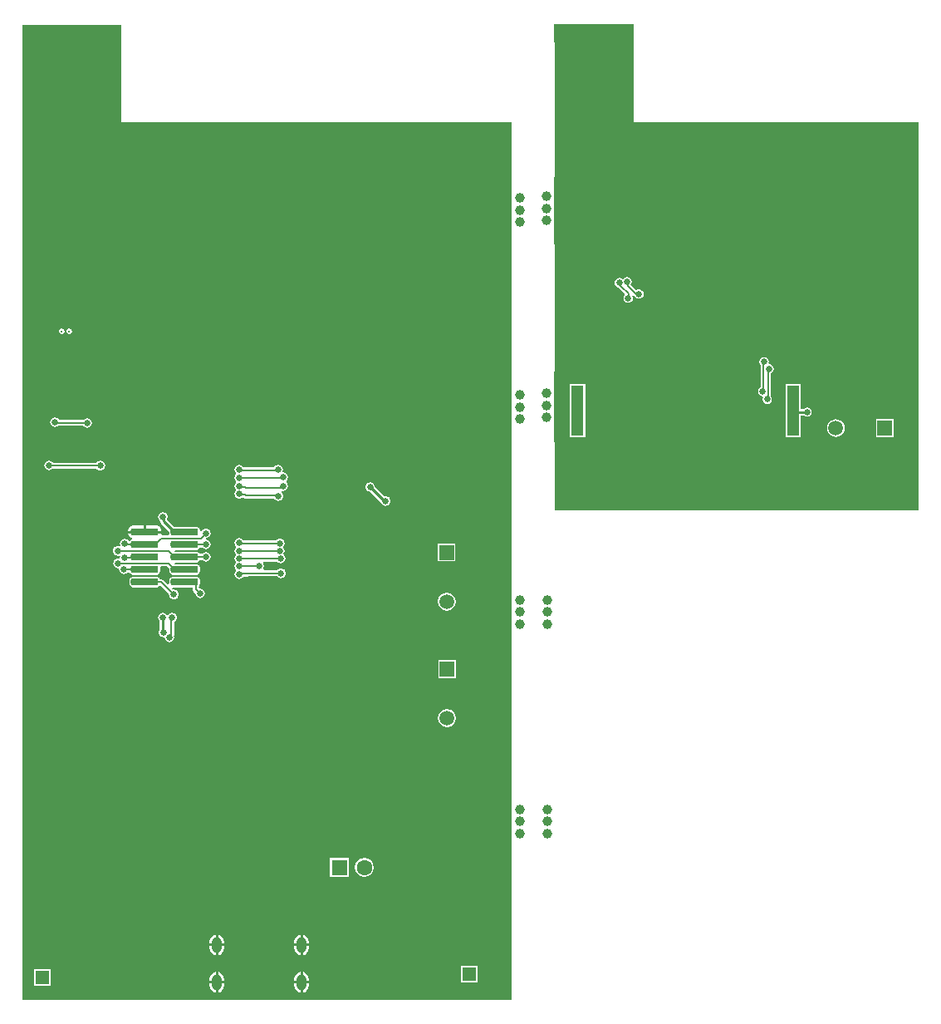
<source format=gbr>
G04*
G04 #@! TF.GenerationSoftware,Altium Limited,Altium Designer,24.10.1 (45)*
G04*
G04 Layer_Physical_Order=2*
G04 Layer_Color=16711680*
%FSLAX44Y44*%
%MOMM*%
G71*
G04*
G04 #@! TF.SameCoordinates,58AE560C-37F5-4C9B-8F18-908462E99DB1*
G04*
G04*
G04 #@! TF.FilePolarity,Positive*
G04*
G01*
G75*
%ADD15C,0.1524*%
%ADD17C,0.2540*%
%ADD28C,1.0000*%
%ADD145C,4.5720*%
%ADD146R,1.3680X1.3680*%
%ADD147C,1.3680*%
%ADD148R,1.5080X1.5080*%
%ADD149C,1.5080*%
%ADD150O,1.0000X1.6000*%
%ADD151C,1.6000*%
%ADD152R,1.6000X1.6000*%
%ADD153R,1.5080X1.5080*%
%ADD154C,0.6350*%
%ADD155C,0.2500*%
%ADD156C,0.2540*%
%ADD157R,1.2700X5.0800*%
%ADD158C,7.6200*%
G04:AMPARAMS|DCode=159|XSize=2.794mm|YSize=0.7366mm|CornerRadius=0.1842mm|HoleSize=0mm|Usage=FLASHONLY|Rotation=180.000|XOffset=0mm|YOffset=0mm|HoleType=Round|Shape=RoundedRectangle|*
%AMROUNDEDRECTD159*
21,1,2.7940,0.3683,0,0,180.0*
21,1,2.4257,0.7366,0,0,180.0*
1,1,0.3683,-1.2129,0.1842*
1,1,0.3683,1.2129,0.1842*
1,1,0.3683,1.2129,-0.1842*
1,1,0.3683,-1.2129,-0.1842*
%
%ADD159ROUNDEDRECTD159*%
G36*
X110744Y911606D02*
X508000D01*
Y17469D01*
X9595D01*
Y1010723D01*
X110744D01*
Y911606D01*
D02*
G37*
G36*
X632714Y910844D02*
X923340D01*
Y515874D01*
X551989D01*
Y582295D01*
Y584159D01*
X551950Y584359D01*
Y584563D01*
X551434Y587155D01*
Y655324D01*
X551942Y657878D01*
Y658082D01*
X551982Y658282D01*
Y660146D01*
Y783717D01*
Y785581D01*
X551942Y785781D01*
Y785985D01*
X551434Y788539D01*
Y854079D01*
X551942Y856633D01*
Y856837D01*
X551982Y857037D01*
Y858901D01*
Y989711D01*
Y991575D01*
X551942Y991775D01*
Y991979D01*
X551434Y994533D01*
Y1010970D01*
X632714D01*
Y910844D01*
D02*
G37*
%LPC*%
G36*
X57404Y701146D02*
X55281Y700267D01*
X54401Y698144D01*
X55281Y696021D01*
X57404Y695142D01*
X59527Y696021D01*
X60406Y698144D01*
X59527Y700267D01*
X57404Y701146D01*
D02*
G37*
G36*
X49784D02*
X47661Y700267D01*
X46782Y698144D01*
X47661Y696021D01*
X49784Y695142D01*
X51907Y696021D01*
X52786Y698144D01*
X51907Y700267D01*
X49784Y701146D01*
D02*
G37*
G36*
X42926Y610622D02*
X39330Y609132D01*
X37840Y605536D01*
X39330Y601940D01*
X42926Y600450D01*
X46522Y601940D01*
X46564Y602039D01*
X71409D01*
X71842Y600994D01*
X75438Y599505D01*
X79035Y600994D01*
X80524Y604591D01*
X79035Y608187D01*
X75438Y609677D01*
X71842Y608187D01*
X71800Y608088D01*
X46955D01*
X46522Y609132D01*
X42926Y610622D01*
D02*
G37*
G36*
X36830Y566680D02*
X33233Y565191D01*
X31744Y561594D01*
X33233Y557998D01*
X36830Y556508D01*
X40427Y557998D01*
X40645Y558524D01*
X41148Y558316D01*
X85066D01*
X85303Y557743D01*
X88900Y556254D01*
X92497Y557743D01*
X93986Y561340D01*
X92497Y564936D01*
X88900Y566426D01*
X85303Y564936D01*
X85066Y564364D01*
X41507D01*
X40894Y564618D01*
X40663D01*
X40427Y565191D01*
X36830Y566680D01*
D02*
G37*
G36*
X230759Y562414D02*
X227162Y560924D01*
X225673Y557328D01*
X227162Y553731D01*
X227162Y552746D01*
X225673Y549149D01*
X227090Y545728D01*
X227162Y545008D01*
Y544653D01*
X227090Y543933D01*
X225673Y540512D01*
X227162Y536916D01*
X227162Y536159D01*
X225673Y532562D01*
X227162Y528966D01*
X230759Y527476D01*
X234018Y528826D01*
X235142D01*
X236982Y528064D01*
X266553D01*
X267116Y526704D01*
X270713Y525214D01*
X274309Y526704D01*
X275799Y530300D01*
X274309Y533897D01*
X273634Y534176D01*
X273550Y535861D01*
X274325Y536277D01*
X275641Y535731D01*
X279238Y537221D01*
X280728Y540817D01*
X279238Y544414D01*
X279186Y544435D01*
X279186Y545806D01*
X280676Y549402D01*
X279186Y552999D01*
X275692Y554446D01*
X275501Y554567D01*
X274506Y555563D01*
X275215Y557276D01*
X273725Y560872D01*
X270129Y562362D01*
X266532Y560872D01*
X266085Y559792D01*
X234824D01*
X234356Y560924D01*
X230759Y562414D01*
D02*
G37*
G36*
X363982Y544836D02*
X360386Y543346D01*
X358896Y539750D01*
X360386Y536153D01*
X363982Y534664D01*
X364453Y534859D01*
X375684Y523629D01*
X376387Y521930D01*
X379984Y520440D01*
X383581Y521930D01*
X385070Y525526D01*
X383581Y529123D01*
X379984Y530612D01*
X379153Y530268D01*
X368642Y540780D01*
X367579Y543346D01*
X363982Y544836D01*
D02*
G37*
G36*
X146495Y500360D02*
X135636D01*
Y495046D01*
X151237D01*
Y495617D01*
X149848Y498971D01*
X146495Y500360D01*
D02*
G37*
G36*
X133096D02*
X122238D01*
X118884Y498971D01*
X117495Y495617D01*
Y495046D01*
X133096D01*
Y500360D01*
D02*
G37*
G36*
X152908Y514102D02*
X149312Y512612D01*
X147822Y509016D01*
X149312Y505420D01*
X150063Y505108D01*
Y504858D01*
X151110Y502331D01*
X159235Y494206D01*
Y491935D01*
X159312Y491748D01*
X158465Y490481D01*
X152284D01*
X151237Y491935D01*
Y492506D01*
X134366D01*
X117495D01*
Y491935D01*
X118884Y488581D01*
X121009Y487701D01*
X121009Y486051D01*
X119662Y485493D01*
X119393Y484844D01*
X117782D01*
X117642Y485181D01*
X114046Y486670D01*
X110449Y485181D01*
X108960Y481584D01*
X109493Y480297D01*
X108327Y479130D01*
X106680Y479812D01*
X103083Y478322D01*
X101594Y474726D01*
X103083Y471129D01*
X106680Y469640D01*
X108073Y470217D01*
X109157Y469177D01*
X108816Y467941D01*
X107416Y466912D01*
X106934Y467112D01*
X103337Y465622D01*
X101848Y462026D01*
X103337Y458429D01*
X106934Y456940D01*
X107252Y457071D01*
X108329Y455994D01*
X108198Y455676D01*
X109688Y452080D01*
X113284Y450590D01*
X116881Y452080D01*
X117118Y452652D01*
X119085D01*
X119662Y451259D01*
X122238Y450192D01*
X146495D01*
X149070Y451259D01*
X150137Y453834D01*
Y457518D01*
X150047Y457735D01*
X150894Y459002D01*
X157116D01*
X159235Y456883D01*
Y453834D01*
X160302Y451259D01*
X162878Y450192D01*
X187134D01*
X189710Y451259D01*
X190777Y453834D01*
Y457518D01*
X189710Y460093D01*
X187134Y461160D01*
X164868D01*
X164729Y461368D01*
X165544Y462892D01*
X187134D01*
X189710Y463959D01*
X190340Y465479D01*
X192815D01*
X192999Y465033D01*
X196596Y463544D01*
X200193Y465033D01*
X201682Y468630D01*
X200193Y472226D01*
X196596Y473716D01*
X192999Y472226D01*
X192710Y471527D01*
X190235D01*
X189710Y472793D01*
X187134Y473860D01*
X164868D01*
X164729Y474068D01*
X165544Y475592D01*
X187134D01*
X189710Y476659D01*
X190287Y478052D01*
X192763D01*
X192999Y477480D01*
X196596Y475990D01*
X200193Y477480D01*
X201682Y481076D01*
X200193Y484673D01*
X196959Y486012D01*
Y487570D01*
X200193Y488909D01*
X201682Y492506D01*
X200193Y496102D01*
X196596Y497592D01*
X192999Y496102D01*
X192301Y494417D01*
X190777Y494720D01*
Y495617D01*
X189710Y498193D01*
X187134Y499260D01*
X164289D01*
X157211Y506339D01*
Y507125D01*
X157994Y509016D01*
X156504Y512612D01*
X152908Y514102D01*
D02*
G37*
G36*
X451108Y482120D02*
X432980D01*
Y463992D01*
X451108D01*
Y482120D01*
D02*
G37*
G36*
X230759Y487518D02*
X227162Y486028D01*
X225673Y482431D01*
X227162Y478835D01*
X227162Y478154D01*
X225673Y474557D01*
X227162Y470961D01*
X227162Y470280D01*
X225673Y466683D01*
X227162Y463087D01*
X227162Y462406D01*
X225673Y458809D01*
X227162Y455213D01*
X227162Y454325D01*
X225673Y450729D01*
X227162Y447132D01*
X230759Y445643D01*
X234356Y447132D01*
X234748Y448080D01*
X238881D01*
X240721Y448842D01*
X269471D01*
X269708Y448270D01*
X273304Y446780D01*
X276901Y448270D01*
X278390Y451866D01*
X276901Y455462D01*
X273304Y456952D01*
X269708Y455462D01*
X269471Y454890D01*
X255994D01*
X254976Y456414D01*
X256038Y458978D01*
X254751Y462084D01*
X255506Y463608D01*
X268694D01*
X268946Y463002D01*
X272542Y461512D01*
X276138Y463002D01*
X277628Y466598D01*
X276138Y470194D01*
X275801Y471984D01*
X276815Y474430D01*
X275325Y478026D01*
Y478537D01*
X275824Y478743D01*
X277313Y482340D01*
X275824Y485936D01*
X272227Y487426D01*
X268631Y485936D01*
X268413Y485410D01*
X234611D01*
X234356Y486028D01*
X230759Y487518D01*
D02*
G37*
G36*
X187134Y448460D02*
X162878D01*
X160302Y447393D01*
X159235Y444818D01*
Y441303D01*
X158801Y440956D01*
X157827Y440556D01*
X153268Y445114D01*
X151130Y446000D01*
X149647D01*
X149070Y447393D01*
X146495Y448460D01*
X122238D01*
X119662Y447393D01*
X118595Y444818D01*
Y441134D01*
X119662Y438559D01*
X122238Y437492D01*
X146495D01*
X149070Y438559D01*
X149083Y438590D01*
X150881Y438948D01*
X159235Y430594D01*
X158998Y430022D01*
X160487Y426426D01*
X164084Y424936D01*
X167680Y426426D01*
X169170Y430022D01*
X167680Y433619D01*
X164084Y435108D01*
X163512Y434871D01*
X162299Y436084D01*
X162700Y437058D01*
X163046Y437492D01*
X183348D01*
Y435420D01*
X184234Y433281D01*
X185905Y431610D01*
X185668Y431038D01*
X187157Y427441D01*
X190754Y425952D01*
X194350Y427441D01*
X195840Y431038D01*
X194350Y434635D01*
X190754Y436124D01*
X190681Y436094D01*
X189490Y437021D01*
X189578Y438504D01*
X189710Y438559D01*
X190777Y441134D01*
Y444818D01*
X189710Y447393D01*
X187134Y448460D01*
D02*
G37*
G36*
X442044Y432298D02*
X438507Y431594D01*
X435509Y429591D01*
X433506Y426593D01*
X432802Y423056D01*
X433506Y419519D01*
X435509Y416521D01*
X438507Y414518D01*
X442044Y413814D01*
X445581Y414518D01*
X448579Y416521D01*
X450582Y419519D01*
X451286Y423056D01*
X450582Y426593D01*
X448579Y429591D01*
X445581Y431594D01*
X442044Y432298D01*
D02*
G37*
G36*
X162306Y411740D02*
X158709Y410251D01*
X158242Y409122D01*
X156718D01*
X156250Y410251D01*
X152654Y411740D01*
X149058Y410251D01*
X147568Y406654D01*
X149058Y403058D01*
X149334Y402943D01*
Y394832D01*
X148076Y391795D01*
X149565Y388199D01*
X153162Y386709D01*
X154529Y386085D01*
X155915Y382738D01*
X159512Y381248D01*
X163109Y382738D01*
X164598Y386334D01*
X163874Y388081D01*
X164314Y389143D01*
Y402400D01*
X165903Y403058D01*
X167392Y406654D01*
X165903Y410251D01*
X162306Y411740D01*
D02*
G37*
G36*
X451616Y363248D02*
X433488D01*
Y345120D01*
X451616D01*
Y363248D01*
D02*
G37*
G36*
X442552Y313426D02*
X439015Y312722D01*
X436017Y310719D01*
X434014Y307721D01*
X433310Y304184D01*
X434014Y300647D01*
X436017Y297649D01*
X439015Y295646D01*
X442552Y294942D01*
X446089Y295646D01*
X449087Y297649D01*
X451090Y300647D01*
X451794Y304184D01*
X451090Y307721D01*
X449087Y310719D01*
X446089Y312722D01*
X442552Y313426D01*
D02*
G37*
G36*
X342264Y161670D02*
X323216D01*
Y142622D01*
X342264D01*
Y161670D01*
D02*
G37*
G36*
X358140Y161857D02*
X354424Y161117D01*
X351273Y159012D01*
X349169Y155862D01*
X348429Y152146D01*
X349169Y148430D01*
X351273Y145280D01*
X354424Y143175D01*
X358140Y142435D01*
X361856Y143175D01*
X365006Y145280D01*
X367111Y148430D01*
X367850Y152146D01*
X367111Y155862D01*
X365006Y159012D01*
X361856Y161117D01*
X358140Y161857D01*
D02*
G37*
G36*
X209022Y83615D02*
Y74450D01*
X215440D01*
Y76180D01*
X214855Y79122D01*
X213188Y81616D01*
X210694Y83282D01*
X209022Y83615D01*
D02*
G37*
G36*
X206482Y83615D02*
X204810Y83282D01*
X202316Y81616D01*
X200650Y79122D01*
X200064Y76180D01*
Y74450D01*
X206482D01*
Y83615D01*
D02*
G37*
G36*
X295422D02*
Y74450D01*
X301840D01*
Y76180D01*
X301255Y79122D01*
X299588Y81616D01*
X297094Y83282D01*
X295422Y83615D01*
D02*
G37*
G36*
X292882Y83615D02*
X291210Y83282D01*
X288716Y81616D01*
X287050Y79122D01*
X286464Y76180D01*
Y74450D01*
X292882D01*
Y83615D01*
D02*
G37*
G36*
X301840Y71910D02*
X295422D01*
Y62745D01*
X297094Y63078D01*
X299588Y64744D01*
X301255Y67238D01*
X301840Y70180D01*
Y71910D01*
D02*
G37*
G36*
X206482Y71910D02*
X200064D01*
Y70180D01*
X200650Y67238D01*
X202316Y64744D01*
X204810Y63078D01*
X206482Y62745D01*
Y71910D01*
D02*
G37*
G36*
X215440D02*
X209022D01*
Y62745D01*
X210694Y63078D01*
X213188Y64744D01*
X214855Y67238D01*
X215440Y70180D01*
Y71910D01*
D02*
G37*
G36*
X292882Y71910D02*
X286464D01*
Y70180D01*
X287050Y67238D01*
X288716Y64744D01*
X291210Y63078D01*
X292882Y62745D01*
Y71910D01*
D02*
G37*
G36*
X209022Y45615D02*
Y36450D01*
X215440D01*
Y38180D01*
X214855Y41122D01*
X213188Y43616D01*
X210694Y45283D01*
X209022Y45615D01*
D02*
G37*
G36*
X206482Y45615D02*
X204810Y45283D01*
X202316Y43616D01*
X200650Y41122D01*
X200064Y38180D01*
Y36450D01*
X206482D01*
Y45615D01*
D02*
G37*
G36*
X295422D02*
Y36450D01*
X301840D01*
Y38180D01*
X301255Y41122D01*
X299588Y43616D01*
X297094Y45283D01*
X295422Y45615D01*
D02*
G37*
G36*
X292882Y45615D02*
X291210Y45283D01*
X288716Y43616D01*
X287050Y41122D01*
X286464Y38180D01*
Y36450D01*
X292882D01*
Y45615D01*
D02*
G37*
G36*
X473344Y51964D02*
X456616D01*
Y35236D01*
X473344D01*
Y51964D01*
D02*
G37*
G36*
X37988Y48662D02*
X21260D01*
Y31934D01*
X37988D01*
Y48662D01*
D02*
G37*
G36*
X301840Y33910D02*
X295422D01*
Y24745D01*
X297094Y25078D01*
X299588Y26744D01*
X301255Y29238D01*
X301840Y32180D01*
Y33910D01*
D02*
G37*
G36*
X206482Y33910D02*
X200064D01*
Y32180D01*
X200650Y29238D01*
X202316Y26744D01*
X204810Y25078D01*
X206482Y24745D01*
Y33910D01*
D02*
G37*
G36*
X215440D02*
X209022D01*
Y24745D01*
X210694Y25078D01*
X213188Y26744D01*
X214855Y29238D01*
X215440Y32180D01*
Y33910D01*
D02*
G37*
G36*
X292882Y33910D02*
X286464D01*
Y32180D01*
X287050Y29238D01*
X288716Y26744D01*
X291210Y25078D01*
X292882Y24745D01*
Y33910D01*
D02*
G37*
G36*
X626110Y753583D02*
X624277Y753218D01*
X622722Y752180D01*
X622043Y751164D01*
X621370D01*
X619815Y752202D01*
X617982Y752567D01*
X616149Y752202D01*
X614594Y751164D01*
X613556Y749609D01*
X613191Y747776D01*
X613556Y745943D01*
X614594Y744388D01*
X616149Y743350D01*
X616983Y743184D01*
X617416Y742535D01*
X623767Y736184D01*
X623687Y735364D01*
X622648Y733810D01*
X622284Y731976D01*
X622648Y730143D01*
X623687Y728589D01*
X625241Y727550D01*
X627075Y727186D01*
X628908Y727550D01*
X630462Y728589D01*
X631501Y730143D01*
X631866Y731976D01*
X631501Y733810D01*
X631447Y733890D01*
X632363Y734806D01*
X632969Y734401D01*
X633907Y734214D01*
X634712Y733010D01*
X636266Y731971D01*
X638100Y731607D01*
X639933Y731971D01*
X641487Y733010D01*
X642526Y734564D01*
X642891Y736397D01*
X642526Y738231D01*
X641487Y739785D01*
X639933Y740824D01*
X638100Y741189D01*
X636266Y740824D01*
X635086Y740035D01*
X629585Y745535D01*
X630536Y746959D01*
X630901Y748792D01*
X630536Y750625D01*
X629498Y752180D01*
X627943Y753218D01*
X626110Y753583D01*
D02*
G37*
G36*
X765603Y671795D02*
X763770Y671430D01*
X762215Y670392D01*
X761177Y668837D01*
X760812Y667004D01*
X761177Y665171D01*
X762096Y663795D01*
Y640966D01*
X760898Y640166D01*
X759860Y638611D01*
X759495Y636778D01*
X759860Y634945D01*
X760898Y633390D01*
X762453Y632352D01*
X763803Y632083D01*
X764495Y630832D01*
X764432Y630737D01*
X764067Y628904D01*
X764432Y627071D01*
X765470Y625516D01*
X767025Y624478D01*
X768858Y624113D01*
X770691Y624478D01*
X772246Y625516D01*
X773284Y627071D01*
X773649Y628904D01*
X773284Y630737D01*
X772596Y631768D01*
Y655804D01*
X774024Y656758D01*
X775062Y658313D01*
X775427Y660146D01*
X775062Y661979D01*
X774024Y663534D01*
X772469Y664572D01*
X771159Y664833D01*
X770616Y664995D01*
X770224Y666150D01*
X770394Y667004D01*
X770029Y668837D01*
X768991Y670392D01*
X767437Y671430D01*
X765603Y671795D01*
D02*
G37*
G36*
X803148Y644144D02*
X787400D01*
Y590296D01*
X803148D01*
Y612583D01*
X806096D01*
X806110Y612562D01*
X807665Y611524D01*
X809498Y611159D01*
X811331Y611524D01*
X812886Y612562D01*
X813924Y614117D01*
X814289Y615950D01*
X813924Y617783D01*
X812886Y619338D01*
X811331Y620376D01*
X809498Y620741D01*
X807665Y620376D01*
X806110Y619338D01*
X806096Y619317D01*
X803148D01*
Y644144D01*
D02*
G37*
G36*
X897918Y608758D02*
X879790D01*
Y590630D01*
X897918D01*
Y608758D01*
D02*
G37*
G36*
X838854Y608836D02*
X836488Y608525D01*
X834283Y607611D01*
X832390Y606158D01*
X830937Y604265D01*
X830023Y602060D01*
X829712Y599694D01*
X830023Y597328D01*
X830937Y595123D01*
X832390Y593229D01*
X834283Y591777D01*
X836488Y590863D01*
X838854Y590552D01*
X841220Y590863D01*
X843425Y591777D01*
X845319Y593229D01*
X846771Y595123D01*
X847685Y597328D01*
X847996Y599694D01*
X847685Y602060D01*
X846771Y604265D01*
X845319Y606158D01*
X843425Y607611D01*
X841220Y608525D01*
X838854Y608836D01*
D02*
G37*
G36*
X583448Y644144D02*
X567700D01*
Y590296D01*
X583448D01*
Y644144D01*
D02*
G37*
%LPD*%
D15*
X617982Y746470D02*
Y747776D01*
X619431Y744549D02*
Y745022D01*
X627075Y731976D02*
X627435Y732337D01*
Y736545D01*
X617982Y746470D02*
X619431Y745022D01*
Y744549D02*
X627435Y736545D01*
X634059Y737032D02*
X637464D01*
X626543Y744549D02*
X634059Y737032D01*
X637464D02*
X638100Y736397D01*
X626543Y744549D02*
Y748360D01*
X626110Y748792D02*
X626543Y748360D01*
X239643Y451866D02*
X273304D01*
X238881Y451104D02*
X239643Y451866D01*
X230759Y450729D02*
X231134Y451104D01*
X238881D01*
X106680Y474726D02*
X158369D01*
X164592Y468503D01*
X196469D01*
X36830Y561594D02*
X40894D01*
X41148Y561340D01*
X88900D01*
X230843Y458894D02*
X250868D01*
X250952Y458978D01*
X230759Y458809D02*
X230843Y458894D01*
X236220Y539750D02*
X236982Y538988D01*
X236220Y531850D02*
X236982Y531088D01*
X231471Y531850D02*
X236220D01*
X230759Y474557D02*
X230810Y474506D01*
X230759Y466683D02*
X230810Y466632D01*
X230759Y482431D02*
X230805Y482385D01*
X231521Y539750D02*
X236220D01*
X236982Y531088D02*
X269925D01*
X230810Y474506D02*
X264727D01*
X236982Y538988D02*
X272506D01*
X230759Y532562D02*
X231471Y531850D01*
X230759Y549149D02*
X230886Y549276D01*
X230810Y466632D02*
X272508D01*
X230759Y540512D02*
X231521Y539750D01*
X230805Y482385D02*
X272181D01*
X230759Y557328D02*
X231319Y556768D01*
X269621D01*
X230886Y549276D02*
X275464D01*
X175006Y442976D02*
X183534D01*
X186373Y435420D02*
X190754Y431038D01*
X186373Y435420D02*
Y440137D01*
X183534Y442976D02*
X186373Y440137D01*
X272506Y538988D02*
X274336Y540817D01*
X275641D01*
X269925Y531088D02*
X270713Y530300D01*
X269621Y556768D02*
X270129Y557276D01*
X275464Y549276D02*
X275590Y549402D01*
X264762Y474472D02*
X271686D01*
X272181Y482385D02*
X272227Y482340D01*
X271686Y474472D02*
X271728Y474430D01*
X264727Y474506D02*
X264762Y474472D01*
X43398Y605064D02*
X74966D01*
X42926Y605536D02*
X43398Y605064D01*
X74966D02*
X75438Y604591D01*
X159512Y387365D02*
X161290Y389143D01*
Y403261D01*
X161577Y403548D01*
Y405925D02*
X162306Y406654D01*
X159512Y386334D02*
Y387365D01*
X161577Y403548D02*
Y405925D01*
X175006Y481076D02*
X196596D01*
X191547Y487457D02*
X196596Y492506D01*
X151034Y487457D02*
X191547D01*
X144653Y481076D02*
X151034Y487457D01*
X134366Y481076D02*
X144653D01*
X158369Y462026D02*
X164719Y455676D01*
X175006D01*
X106934Y462026D02*
X158369D01*
X134112Y481330D02*
X134366Y481076D01*
X114300Y481330D02*
X134112D01*
X114046Y481584D02*
X114300Y481330D01*
X134366Y442976D02*
X151130D01*
X164084Y430022D01*
X113284Y455676D02*
X134366D01*
X114173Y467995D02*
X133985D01*
X113792Y467614D02*
X114173Y467995D01*
X133985D02*
X134366Y468376D01*
X363982Y539750D02*
X364617D01*
X363474D02*
X363982D01*
X378841Y525526D02*
X379984D01*
X764945Y637436D02*
Y666346D01*
X764286Y636778D02*
X764945Y637436D01*
Y666346D02*
X765603Y667004D01*
X769747Y629793D02*
Y659257D01*
X770636Y660146D01*
X768858Y628904D02*
X769747Y629793D01*
D17*
X152908Y392049D02*
Y406400D01*
Y392049D02*
X153162Y391795D01*
X800476Y615950D02*
X809498D01*
X196469Y468503D02*
X196596Y468630D01*
X153637Y504858D02*
X164719Y493776D01*
X153637Y504858D02*
Y508287D01*
X164719Y493776D02*
X175006D01*
X152908Y509016D02*
X153637Y508287D01*
X152654Y406654D02*
X152908Y406400D01*
X364617Y539750D02*
X378841Y525526D01*
X795396Y610870D02*
X800476Y615950D01*
X795396Y610616D02*
Y610870D01*
D28*
X543564Y610434D02*
D03*
Y622880D02*
D03*
Y635072D02*
D03*
X543814Y823468D02*
D03*
Y835660D02*
D03*
Y811022D02*
D03*
X516890Y211074D02*
D03*
Y198882D02*
D03*
Y186436D02*
D03*
X544830Y186690D02*
D03*
Y199136D02*
D03*
Y211328D02*
D03*
X516890Y424434D02*
D03*
Y412242D02*
D03*
Y399796D02*
D03*
X544830Y400050D02*
D03*
Y412496D02*
D03*
Y424688D02*
D03*
X516640Y633294D02*
D03*
Y621102D02*
D03*
Y608656D02*
D03*
X516890Y809244D02*
D03*
Y821690D02*
D03*
Y833882D02*
D03*
D145*
X38354Y842772D02*
D03*
X578358Y786384D02*
D03*
X895096Y714248D02*
D03*
X481076Y534416D02*
D03*
X141478Y83566D02*
D03*
D146*
X464980Y43600D02*
D03*
X29624Y40298D02*
D03*
D147*
X484980Y43600D02*
D03*
X49624Y40298D02*
D03*
D148*
X888854Y599694D02*
D03*
D149*
X863854D02*
D03*
X838854D02*
D03*
X442552Y329184D02*
D03*
Y304184D02*
D03*
X442044Y448056D02*
D03*
Y423056D02*
D03*
D150*
X207752Y73180D02*
D03*
Y35180D02*
D03*
X294152D02*
D03*
Y73180D02*
D03*
D151*
X358140Y152146D02*
D03*
D152*
X332740D02*
D03*
D153*
X442552Y354184D02*
D03*
X442044Y473056D02*
D03*
D154*
X220472Y92202D02*
D03*
X221234Y104140D02*
D03*
X53594Y713486D02*
D03*
X46990Y715010D02*
D03*
X256959Y294386D02*
D03*
X626110Y748792D02*
D03*
X638100Y736397D02*
D03*
X617982Y747776D02*
D03*
X36830Y561594D02*
D03*
X88900Y561340D02*
D03*
X153670Y625983D02*
D03*
X654304Y741426D02*
D03*
X627075Y731976D02*
D03*
X763778Y732790D02*
D03*
X733552Y729742D02*
D03*
X729742Y754634D02*
D03*
X172002Y617528D02*
D03*
X282827Y264289D02*
D03*
X111760Y258318D02*
D03*
X245110Y522478D02*
D03*
X244983Y490474D02*
D03*
X245110Y565912D02*
D03*
X256032Y490728D02*
D03*
X256032Y522224D02*
D03*
X250952Y458978D02*
D03*
X254889Y443103D02*
D03*
X153162Y391795D02*
D03*
X230759Y549149D02*
D03*
Y474557D02*
D03*
Y532562D02*
D03*
Y466683D02*
D03*
Y450729D02*
D03*
Y557328D02*
D03*
Y458809D02*
D03*
Y482431D02*
D03*
Y540512D02*
D03*
X190754Y431038D02*
D03*
X275641Y540817D02*
D03*
X270713Y530300D02*
D03*
X287528Y548386D02*
D03*
X256794Y565912D02*
D03*
X275590Y549402D02*
D03*
X271728Y474430D02*
D03*
X272227Y482340D02*
D03*
X272542Y466598D02*
D03*
X273304Y451866D02*
D03*
X270129Y557276D02*
D03*
X245110Y604126D02*
D03*
Y443484D02*
D03*
X141554Y789432D02*
D03*
X153670Y776732D02*
D03*
X659130Y661416D02*
D03*
X645922Y661162D02*
D03*
X260096Y652018D02*
D03*
X331216Y651510D02*
D03*
X355346Y642620D02*
D03*
X305816Y638302D02*
D03*
X653796Y628142D02*
D03*
X373888Y618744D02*
D03*
X293370Y606806D02*
D03*
X355600Y588264D02*
D03*
X379984Y525526D02*
D03*
X485140Y137414D02*
D03*
X311912Y355092D02*
D03*
X281178Y315214D02*
D03*
X257048Y314452D02*
D03*
X309626Y211328D02*
D03*
X262128Y199644D02*
D03*
X323596Y189484D02*
D03*
X289814Y183134D02*
D03*
X262128Y182118D02*
D03*
X284988Y233934D02*
D03*
X276098Y228346D02*
D03*
X186690Y776732D02*
D03*
X173990Y764032D02*
D03*
X186690D02*
D03*
Y751332D02*
D03*
X173990D02*
D03*
Y738632D02*
D03*
X186690D02*
D03*
Y725932D02*
D03*
X173990D02*
D03*
Y713232D02*
D03*
X186690D02*
D03*
Y700532D02*
D03*
X173990D02*
D03*
X153670D02*
D03*
X186690Y687832D02*
D03*
X173990D02*
D03*
Y675132D02*
D03*
X186690Y662432D02*
D03*
X173990D02*
D03*
X153670D02*
D03*
X173990Y649732D02*
D03*
X219202Y639318D02*
D03*
X173990Y637032D02*
D03*
X211074Y627634D02*
D03*
X217170Y608838D02*
D03*
X186690Y675132D02*
D03*
X141554Y776732D02*
D03*
X153670Y764032D02*
D03*
X141554D02*
D03*
X153670Y751332D02*
D03*
X141554D02*
D03*
X153670Y738632D02*
D03*
X141554D02*
D03*
X153670Y725932D02*
D03*
X141554D02*
D03*
Y713232D02*
D03*
X97536Y704850D02*
D03*
X141554Y700532D02*
D03*
X153670Y713232D02*
D03*
Y687832D02*
D03*
X141554D02*
D03*
X153670Y675132D02*
D03*
X141554D02*
D03*
X91694Y665480D02*
D03*
X141554Y662432D02*
D03*
X153670Y649732D02*
D03*
X114300Y637540D02*
D03*
X153670Y637032D02*
D03*
X114046Y624332D02*
D03*
X42926Y605536D02*
D03*
X75438Y604591D02*
D03*
X155194Y526796D02*
D03*
X167894D02*
D03*
X162306Y406654D02*
D03*
X159512Y386334D02*
D03*
X161290Y277114D02*
D03*
X244602Y275844D02*
D03*
X191516Y267970D02*
D03*
X231394Y266192D02*
D03*
X236220Y148590D02*
D03*
X113030Y361696D02*
D03*
X64008Y347218D02*
D03*
X149860Y337820D02*
D03*
X90424Y288544D02*
D03*
X101600Y267462D02*
D03*
X51562Y252984D02*
D03*
X83820Y233680D02*
D03*
X94234Y138430D02*
D03*
X138176Y128524D02*
D03*
X82296Y381762D02*
D03*
X86614Y373888D02*
D03*
X104140Y566674D02*
D03*
X118040Y553495D02*
D03*
X128016Y528066D02*
D03*
X113792Y467614D02*
D03*
X113284Y455676D02*
D03*
X82042Y407924D02*
D03*
X140970Y528066D02*
D03*
X262890Y893572D02*
D03*
X250190D02*
D03*
X237490D02*
D03*
X224790D02*
D03*
X212090D02*
D03*
X199390D02*
D03*
X186690D02*
D03*
X173990D02*
D03*
X153670D02*
D03*
X140970D02*
D03*
X128270D02*
D03*
X115570D02*
D03*
X102870D02*
D03*
X90170D02*
D03*
X313690Y868172D02*
D03*
X300990Y893572D02*
D03*
Y880872D02*
D03*
Y868172D02*
D03*
X288290Y880872D02*
D03*
Y868172D02*
D03*
X275590Y880872D02*
D03*
Y868172D02*
D03*
X262890Y880872D02*
D03*
Y868172D02*
D03*
X250190Y880872D02*
D03*
Y868172D02*
D03*
X237490Y880872D02*
D03*
Y868172D02*
D03*
X224790Y880872D02*
D03*
Y868172D02*
D03*
X212090Y880872D02*
D03*
Y868172D02*
D03*
X199390Y880872D02*
D03*
X186690D02*
D03*
X173990D02*
D03*
X153670D02*
D03*
X140970D02*
D03*
X128270D02*
D03*
X115570D02*
D03*
X102870D02*
D03*
X90170D02*
D03*
X77470Y893572D02*
D03*
Y880872D02*
D03*
Y868172D02*
D03*
X64770Y893572D02*
D03*
Y880872D02*
D03*
X199390Y868172D02*
D03*
X186690D02*
D03*
Y855472D02*
D03*
Y840232D02*
D03*
Y802132D02*
D03*
Y814832D02*
D03*
Y827532D02*
D03*
Y789432D02*
D03*
X173990Y868172D02*
D03*
Y855472D02*
D03*
Y840232D02*
D03*
Y814832D02*
D03*
Y789432D02*
D03*
Y802132D02*
D03*
X153670Y868172D02*
D03*
Y855472D02*
D03*
Y840232D02*
D03*
Y827532D02*
D03*
Y814832D02*
D03*
Y789432D02*
D03*
Y802132D02*
D03*
X141554Y868172D02*
D03*
Y855472D02*
D03*
Y840232D02*
D03*
Y802132D02*
D03*
Y814832D02*
D03*
Y827532D02*
D03*
X128270Y868172D02*
D03*
X115570D02*
D03*
X102870D02*
D03*
X90170D02*
D03*
X64770D02*
D03*
X899414Y892556D02*
D03*
X912114D02*
D03*
X886714D02*
D03*
X874014D02*
D03*
X861314D02*
D03*
X848614D02*
D03*
X835914D02*
D03*
X823214D02*
D03*
X810514D02*
D03*
X912114Y879856D02*
D03*
X899414D02*
D03*
X886714D02*
D03*
X874014D02*
D03*
X861314D02*
D03*
X848614D02*
D03*
X835914D02*
D03*
X823214D02*
D03*
X797814Y892556D02*
D03*
X785114D02*
D03*
X772414D02*
D03*
X675894D02*
D03*
X759714D02*
D03*
X663194D02*
D03*
X650494D02*
D03*
X747014D02*
D03*
X721614D02*
D03*
X708914D02*
D03*
X734314D02*
D03*
X696214D02*
D03*
X810514Y879856D02*
D03*
X797814D02*
D03*
X785114D02*
D03*
X772414D02*
D03*
X650494D02*
D03*
X734314D02*
D03*
X721614D02*
D03*
X675894D02*
D03*
X759714D02*
D03*
X747014D02*
D03*
X708914D02*
D03*
X696214D02*
D03*
X708914Y867664D02*
D03*
X835914Y867156D02*
D03*
X848614D02*
D03*
X785114D02*
D03*
X899414D02*
D03*
X797814D02*
D03*
X912114D02*
D03*
X772414D02*
D03*
X823214D02*
D03*
X861314D02*
D03*
X874014D02*
D03*
X810514D02*
D03*
X747014D02*
D03*
X759714D02*
D03*
X886714D02*
D03*
X734314D02*
D03*
X721614D02*
D03*
X696214D02*
D03*
X708914Y855472D02*
D03*
X696214D02*
D03*
X708914Y842772D02*
D03*
Y830072D02*
D03*
X696214D02*
D03*
X708914Y817372D02*
D03*
X696214D02*
D03*
X708914Y804672D02*
D03*
Y791972D02*
D03*
X696214D02*
D03*
X675894Y817372D02*
D03*
Y842772D02*
D03*
Y791972D02*
D03*
Y867156D02*
D03*
Y804672D02*
D03*
Y830072D02*
D03*
Y855472D02*
D03*
X663194Y879856D02*
D03*
Y804672D02*
D03*
Y817372D02*
D03*
Y867156D02*
D03*
Y791972D02*
D03*
Y830072D02*
D03*
Y855472D02*
D03*
Y842772D02*
D03*
X650494Y867156D02*
D03*
X453390Y868172D02*
D03*
X440690D02*
D03*
X427990D02*
D03*
X415290D02*
D03*
X402590D02*
D03*
X389890D02*
D03*
X377190D02*
D03*
X364490D02*
D03*
X351790D02*
D03*
X339090D02*
D03*
X326390D02*
D03*
X625094Y879856D02*
D03*
X637794D02*
D03*
Y867156D02*
D03*
X504190Y893572D02*
D03*
X402590D02*
D03*
X389890D02*
D03*
X377190D02*
D03*
X288290D02*
D03*
X275590D02*
D03*
X637794Y892556D02*
D03*
X625094D02*
D03*
X612394D02*
D03*
X599694D02*
D03*
X586994D02*
D03*
X504190Y880872D02*
D03*
X491490Y893572D02*
D03*
Y880872D02*
D03*
X478790Y893572D02*
D03*
Y880872D02*
D03*
X466090Y893572D02*
D03*
Y880872D02*
D03*
X453390Y893572D02*
D03*
X440690D02*
D03*
Y880872D02*
D03*
X427990Y893572D02*
D03*
Y880872D02*
D03*
X415290Y893572D02*
D03*
Y880872D02*
D03*
X402590D02*
D03*
X389890D02*
D03*
X377190D02*
D03*
X364490Y893572D02*
D03*
Y880872D02*
D03*
X351790Y893572D02*
D03*
Y880872D02*
D03*
X339090Y893572D02*
D03*
Y880872D02*
D03*
X326390Y893572D02*
D03*
Y880872D02*
D03*
X313690Y893572D02*
D03*
Y880872D02*
D03*
X491490Y868172D02*
D03*
X478790D02*
D03*
X466090D02*
D03*
X453390Y880872D02*
D03*
X504190Y868172D02*
D03*
X625094Y867156D02*
D03*
X612394D02*
D03*
Y879856D02*
D03*
X599694Y867156D02*
D03*
Y879856D02*
D03*
X586994D02*
D03*
Y867156D02*
D03*
X725678Y668274D02*
D03*
X765603Y667004D02*
D03*
X800100Y663702D02*
D03*
X663194Y779272D02*
D03*
X685038Y661416D02*
D03*
X770636Y660146D02*
D03*
X819658Y639318D02*
D03*
X696468Y637540D02*
D03*
X764286Y636778D02*
D03*
X768858Y628904D02*
D03*
X757428Y559816D02*
D03*
X634492Y762762D02*
D03*
X675894Y779272D02*
D03*
X616204Y711962D02*
D03*
X671576Y680720D02*
D03*
X629920Y675132D02*
D03*
X696214Y779272D02*
D03*
X769620Y771398D02*
D03*
X741934Y764794D02*
D03*
X814324Y762508D02*
D03*
X708914Y779272D02*
D03*
X808736Y739648D02*
D03*
X822452Y708660D02*
D03*
X725424Y681736D02*
D03*
X49276Y595376D02*
D03*
X49530Y615442D02*
D03*
X48768Y552450D02*
D03*
Y571500D02*
D03*
X106680Y474726D02*
D03*
X196596Y492506D02*
D03*
Y468630D02*
D03*
Y481076D02*
D03*
X106934Y462026D02*
D03*
X164084Y430022D02*
D03*
X114046Y481584D02*
D03*
X152908Y509016D02*
D03*
X152654Y406654D02*
D03*
X363982Y539750D02*
D03*
X757936Y647700D02*
D03*
X102870Y1007110D02*
D03*
X90170D02*
D03*
X77470D02*
D03*
X64770D02*
D03*
X313690Y906272D02*
D03*
X326390D02*
D03*
X339090D02*
D03*
X351790D02*
D03*
X364490D02*
D03*
X377190D02*
D03*
X389890D02*
D03*
X402590D02*
D03*
X415290D02*
D03*
X427990D02*
D03*
X440690D02*
D03*
X453390D02*
D03*
X466090D02*
D03*
X478790D02*
D03*
X491490D02*
D03*
X504190D02*
D03*
X64770Y906526D02*
D03*
Y919226D02*
D03*
Y931926D02*
D03*
Y970026D02*
D03*
Y995426D02*
D03*
Y982726D02*
D03*
Y957326D02*
D03*
Y944626D02*
D03*
X77470Y919226D02*
D03*
Y931926D02*
D03*
Y995426D02*
D03*
Y982726D02*
D03*
Y970026D02*
D03*
Y957326D02*
D03*
Y944626D02*
D03*
X90170Y906526D02*
D03*
X77470D02*
D03*
X102870D02*
D03*
X115570D02*
D03*
X122428D02*
D03*
X130048D02*
D03*
X173990Y906272D02*
D03*
X186690D02*
D03*
X199390D02*
D03*
X212090D02*
D03*
X224790D02*
D03*
X237490D02*
D03*
X250190D02*
D03*
X262890D02*
D03*
X275590D02*
D03*
X288290D02*
D03*
X300990D02*
D03*
X90170Y919226D02*
D03*
Y931926D02*
D03*
Y995426D02*
D03*
Y944626D02*
D03*
Y970026D02*
D03*
Y957326D02*
D03*
Y982726D02*
D03*
X102870Y919226D02*
D03*
Y931926D02*
D03*
Y944626D02*
D03*
Y957326D02*
D03*
Y970026D02*
D03*
Y982726D02*
D03*
Y995426D02*
D03*
X140970Y906526D02*
D03*
X153670D02*
D03*
X696214Y753872D02*
D03*
X675894D02*
D03*
Y766572D02*
D03*
X809498Y615950D02*
D03*
X776986Y647700D02*
D03*
X599694Y981710D02*
D03*
Y994410D02*
D03*
X586994D02*
D03*
X612394D02*
D03*
Y981710D02*
D03*
X625094Y994410D02*
D03*
Y981710D02*
D03*
X586994D02*
D03*
X637794Y905510D02*
D03*
X586994D02*
D03*
Y918210D02*
D03*
X599694Y905510D02*
D03*
X612394D02*
D03*
X625094D02*
D03*
X644652D02*
D03*
X586994Y969010D02*
D03*
Y930910D02*
D03*
Y943610D02*
D03*
Y956310D02*
D03*
X599694Y969010D02*
D03*
X612394Y918210D02*
D03*
Y930910D02*
D03*
Y943610D02*
D03*
Y956310D02*
D03*
Y969010D02*
D03*
X625094Y930910D02*
D03*
Y943610D02*
D03*
Y969010D02*
D03*
Y918210D02*
D03*
X599694D02*
D03*
Y930910D02*
D03*
Y943610D02*
D03*
Y956310D02*
D03*
X625094D02*
D03*
X797814Y905256D02*
D03*
X810514D02*
D03*
X823214D02*
D03*
X835914D02*
D03*
X848614D02*
D03*
X861314D02*
D03*
X899414D02*
D03*
X874014D02*
D03*
X886714D02*
D03*
X912114D02*
D03*
X708914D02*
D03*
X586994Y1004062D02*
D03*
X599694D02*
D03*
X612394D02*
D03*
X625348D02*
D03*
X696214Y905256D02*
D03*
X759714D02*
D03*
X734314D02*
D03*
X721614D02*
D03*
X747014D02*
D03*
X772414D02*
D03*
X785114D02*
D03*
X675894Y905510D02*
D03*
X663194D02*
D03*
X652272D02*
D03*
X186690Y649732D02*
D03*
X141554D02*
D03*
X173990Y624332D02*
D03*
X267208Y148336D02*
D03*
X29464Y138430D02*
D03*
X418338Y136652D02*
D03*
X309372Y315722D02*
D03*
D155*
X49784Y698144D02*
D03*
X57404D02*
D03*
D156*
X684196Y709996D02*
D03*
X690696Y716496D02*
D03*
X684196Y722996D02*
D03*
X677696Y716496D02*
D03*
X166078Y583702D02*
D03*
X172578Y590202D02*
D03*
X166078Y596702D02*
D03*
X159578Y590202D02*
D03*
X256540Y244990D02*
D03*
X248790Y252740D02*
D03*
X256540Y260490D02*
D03*
X264290Y252740D02*
D03*
X256540D02*
D03*
D157*
X575574Y617220D02*
D03*
X795274D02*
D03*
D158*
X685424D02*
D03*
D159*
X175006Y493776D02*
D03*
X134366D02*
D03*
X175006Y481076D02*
D03*
X134366D02*
D03*
X175006Y468376D02*
D03*
X134366D02*
D03*
X175006Y455676D02*
D03*
X134366D02*
D03*
X175006Y442976D02*
D03*
X134366D02*
D03*
M02*

</source>
